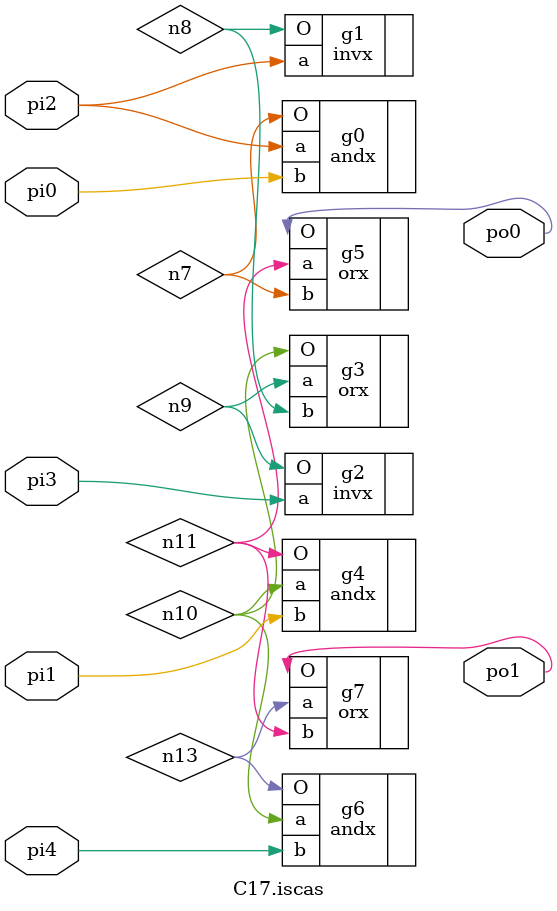
<source format=v>

module C17.iscas ( 
    pi0, pi1, pi2, pi3, pi4,
    po0, po1  );
  input  pi0, pi1, pi2, pi3, pi4;
  output po0, po1;
  wire n7, n8, n9, n10, n11, n13;
  andx g0(.a(pi2), .b(pi0), .O(n7));
  invx g1(.a(pi2), .O(n8));
  invx g2(.a(pi3), .O(n9));
  orx  g3(.a(n9), .b(n8), .O(n10));
  andx g4(.a(n10), .b(pi1), .O(n11));
  orx  g5(.a(n11), .b(n7), .O(po0));
  andx g6(.a(n10), .b(pi4), .O(n13));
  orx  g7(.a(n13), .b(n11), .O(po1));
endmodule



</source>
